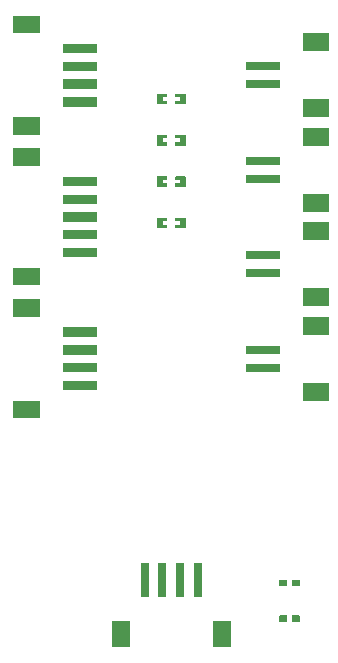
<source format=gtp>
G04 Layer: TopPasteMaskLayer*
G04 EasyEDA v6.4.25, 2021-11-07T18:49:49+08:00*
G04 17709bb464344bc48104dd2e4a5a7999,bf42d0b733a240ea811a95ecb7acc88b,10*
G04 Gerber Generator version 0.2*
G04 Scale: 100 percent, Rotated: No, Reflected: No *
G04 Dimensions in millimeters *
G04 leading zeros omitted , absolute positions ,4 integer and 5 decimal *
%FSLAX45Y45*%
%MOMM*%

%ADD13R,2.9000X0.8000*%
%ADD14R,2.3000X1.5000*%
%ADD15R,0.8000X2.9000*%
%ADD16R,1.5000X2.3000*%

%LPD*%
G36*
X3223818Y427024D02*
G01*
X3219805Y423011D01*
X3219805Y376986D01*
X3223818Y372973D01*
X3281629Y372973D01*
X3285642Y376986D01*
X3285642Y423011D01*
X3281629Y427024D01*
G37*
G36*
X3118358Y427024D02*
G01*
X3114344Y423011D01*
X3114344Y376986D01*
X3118358Y372973D01*
X3176219Y372973D01*
X3180181Y376986D01*
X3180181Y423011D01*
X3176219Y427024D01*
G37*
G36*
X3223818Y127000D02*
G01*
X3219805Y122986D01*
X3219805Y77012D01*
X3223818Y72999D01*
X3281629Y72999D01*
X3285642Y77012D01*
X3285642Y122986D01*
X3281629Y127000D01*
G37*
G36*
X3118358Y127000D02*
G01*
X3114344Y122986D01*
X3114344Y77012D01*
X3118358Y72999D01*
X3176219Y72999D01*
X3180181Y77012D01*
X3180181Y122986D01*
X3176219Y127000D01*
G37*
G36*
X2239518Y4544974D02*
G01*
X2234488Y4539996D01*
X2234488Y4517186D01*
X2271522Y4517186D01*
X2271522Y4484217D01*
X2234488Y4484217D01*
X2234488Y4459986D01*
X2239518Y4455007D01*
X2319528Y4455007D01*
X2324506Y4459986D01*
X2324506Y4539996D01*
X2319528Y4544974D01*
G37*
G36*
X2080514Y4544974D02*
G01*
X2075484Y4539996D01*
X2075484Y4459986D01*
X2080514Y4455007D01*
X2159508Y4455007D01*
X2164486Y4459986D01*
X2164486Y4484217D01*
X2126488Y4484217D01*
X2126488Y4517186D01*
X2164486Y4517186D01*
X2164486Y4539996D01*
X2159508Y4544974D01*
G37*
G36*
X2239518Y4195013D02*
G01*
X2234488Y4189984D01*
X2234488Y4167225D01*
X2271522Y4167225D01*
X2271522Y4134205D01*
X2234488Y4134205D01*
X2234488Y4109974D01*
X2239518Y4104995D01*
X2319528Y4104995D01*
X2324506Y4109974D01*
X2324506Y4189984D01*
X2319528Y4195013D01*
G37*
G36*
X2080514Y4195013D02*
G01*
X2075484Y4189984D01*
X2075484Y4109974D01*
X2080514Y4104995D01*
X2159508Y4104995D01*
X2164486Y4109974D01*
X2164486Y4134205D01*
X2126488Y4134205D01*
X2126488Y4167225D01*
X2164486Y4167225D01*
X2164486Y4189984D01*
X2159508Y4195013D01*
G37*
G36*
X2239518Y3845001D02*
G01*
X2234488Y3840022D01*
X2234488Y3817213D01*
X2271522Y3817213D01*
X2271522Y3784193D01*
X2234488Y3784193D01*
X2234488Y3760012D01*
X2239518Y3754983D01*
X2319528Y3754983D01*
X2324506Y3760012D01*
X2324506Y3840022D01*
X2319528Y3845001D01*
G37*
G36*
X2080514Y3845001D02*
G01*
X2075484Y3840022D01*
X2075484Y3760012D01*
X2080514Y3754983D01*
X2159508Y3754983D01*
X2164486Y3760012D01*
X2164486Y3784193D01*
X2126488Y3784193D01*
X2126488Y3817213D01*
X2164486Y3817213D01*
X2164486Y3840022D01*
X2159508Y3845001D01*
G37*
G36*
X2239518Y3494989D02*
G01*
X2234488Y3490010D01*
X2234488Y3467201D01*
X2271522Y3467201D01*
X2271522Y3434181D01*
X2234488Y3434181D01*
X2234488Y3410000D01*
X2239518Y3405022D01*
X2319528Y3405022D01*
X2324506Y3410000D01*
X2324506Y3490010D01*
X2319528Y3494989D01*
G37*
G36*
X2080514Y3494989D02*
G01*
X2075484Y3490010D01*
X2075484Y3410000D01*
X2080514Y3405022D01*
X2159508Y3405022D01*
X2164486Y3410000D01*
X2164486Y3434181D01*
X2126488Y3434181D01*
X2126488Y3467201D01*
X2164486Y3467201D01*
X2164486Y3490010D01*
X2159508Y3494989D01*
G37*
G36*
X1282494Y4964993D02*
G01*
X1572496Y4964993D01*
X1572496Y4884994D01*
X1282494Y4884994D01*
G37*
G36*
X1282494Y4814994D02*
G01*
X1572496Y4814994D01*
X1572496Y4734994D01*
X1282494Y4734994D01*
G37*
G36*
X1282494Y4664994D02*
G01*
X1572496Y4664994D01*
X1572496Y4584994D01*
X1282494Y4584994D01*
G37*
G36*
X857493Y4345010D02*
G01*
X1087495Y4345010D01*
X1087495Y4195008D01*
X857493Y4195008D01*
G37*
G36*
X857493Y5204995D02*
G01*
X1087495Y5204995D01*
X1087495Y5054993D01*
X857493Y5054993D01*
G37*
G36*
X1282494Y4514994D02*
G01*
X1572496Y4514994D01*
X1572496Y4434994D01*
X1282494Y4434994D01*
G37*
G36*
X1282494Y2564993D02*
G01*
X1572496Y2564993D01*
X1572496Y2484993D01*
X1282494Y2484993D01*
G37*
G36*
X1282494Y2414993D02*
G01*
X1572496Y2414993D01*
X1572496Y2334994D01*
X1282494Y2334994D01*
G37*
G36*
X1282494Y2264994D02*
G01*
X1572496Y2264994D01*
X1572496Y2184994D01*
X1282494Y2184994D01*
G37*
G36*
X857493Y1945010D02*
G01*
X1087495Y1945010D01*
X1087495Y1795007D01*
X857493Y1795007D01*
G37*
G36*
X857493Y2804995D02*
G01*
X1087495Y2804995D01*
X1087495Y2654993D01*
X857493Y2654993D01*
G37*
G36*
X1282494Y2114994D02*
G01*
X1572496Y2114994D01*
X1572496Y2034994D01*
X1282494Y2034994D01*
G37*
D15*
G01*
X1975002Y427481D03*
G01*
X2125014Y427481D03*
G01*
X2275001Y427481D03*
D16*
G01*
X2629992Y-27508D03*
G01*
X1769998Y-27508D03*
D15*
G01*
X2425014Y427481D03*
G36*
X1282494Y3840002D02*
G01*
X1572496Y3840002D01*
X1572496Y3760002D01*
X1282494Y3760002D01*
G37*
G36*
X1282494Y3690002D02*
G01*
X1572496Y3690002D01*
X1572496Y3610002D01*
X1282494Y3610002D01*
G37*
G36*
X1282494Y3540003D02*
G01*
X1572496Y3540003D01*
X1572496Y3460003D01*
X1282494Y3460003D01*
G37*
G36*
X1282494Y3390003D02*
G01*
X1572496Y3390003D01*
X1572496Y3310003D01*
X1282494Y3310003D01*
G37*
G36*
X1282494Y3240001D02*
G01*
X1572496Y3240001D01*
X1572496Y3160001D01*
X1282494Y3160001D01*
G37*
G36*
X857493Y3069998D02*
G01*
X1087495Y3069998D01*
X1087495Y2919996D01*
X857493Y2919996D01*
G37*
G36*
X857493Y4080004D02*
G01*
X1087495Y4080004D01*
X1087495Y3930002D01*
X857493Y3930002D01*
G37*
D13*
G01*
X2972511Y4625009D03*
G01*
X2972511Y4774996D03*
D14*
G01*
X3427475Y4420006D03*
G01*
X3427475Y4980000D03*
D13*
G01*
X2972511Y3825011D03*
G01*
X2972511Y3974998D03*
D14*
G01*
X3427475Y3620007D03*
G01*
X3427475Y4180001D03*
D13*
G01*
X2972511Y3025012D03*
G01*
X2972511Y3175000D03*
D14*
G01*
X3427475Y2820009D03*
G01*
X3427475Y3380003D03*
D13*
G01*
X2972511Y2225014D03*
G01*
X2972511Y2375001D03*
D14*
G01*
X3427475Y2020011D03*
G01*
X3427475Y2580004D03*
M02*

</source>
